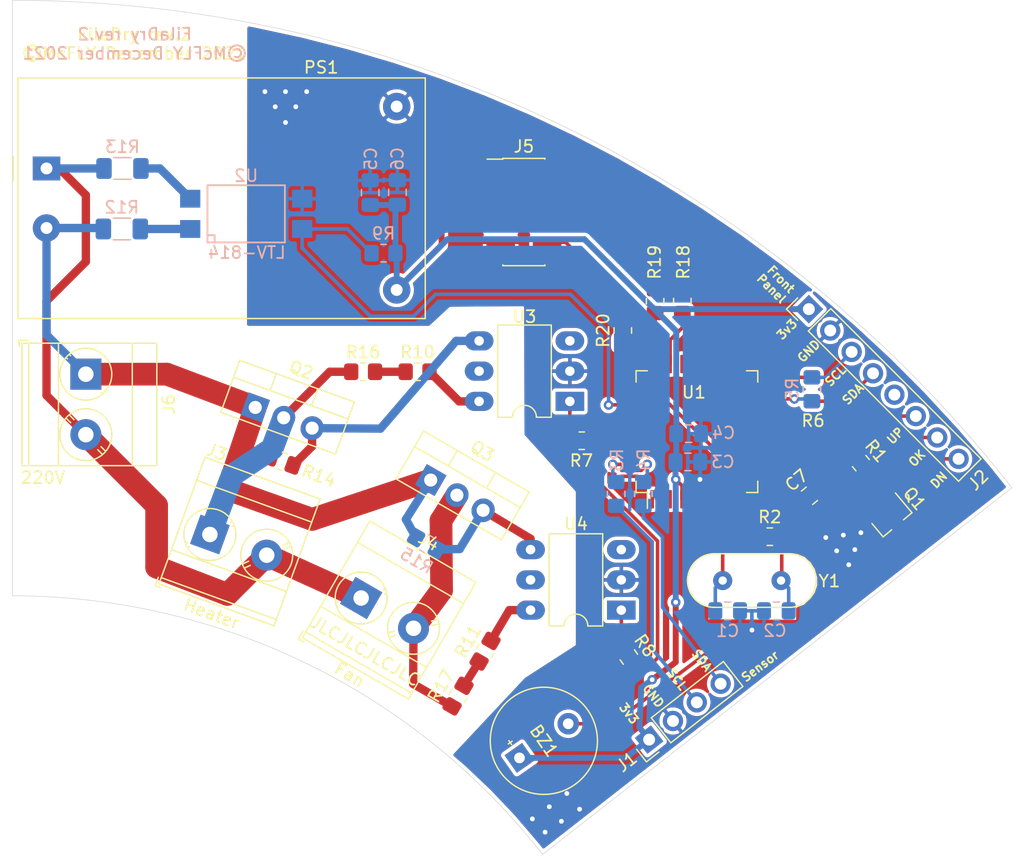
<source format=kicad_pcb>
(kicad_pcb (version 20211014) (generator pcbnew)

  (general
    (thickness 1.6)
  )

  (paper "A4")
  (layers
    (0 "F.Cu" signal)
    (31 "B.Cu" signal)
    (32 "B.Adhes" user "B.Adhesive")
    (33 "F.Adhes" user "F.Adhesive")
    (34 "B.Paste" user)
    (35 "F.Paste" user)
    (36 "B.SilkS" user "B.Silkscreen")
    (37 "F.SilkS" user "F.Silkscreen")
    (38 "B.Mask" user)
    (39 "F.Mask" user)
    (40 "Dwgs.User" user "User.Drawings")
    (41 "Cmts.User" user "User.Comments")
    (42 "Eco1.User" user "User.Eco1")
    (43 "Eco2.User" user "User.Eco2")
    (44 "Edge.Cuts" user)
    (45 "Margin" user)
    (46 "B.CrtYd" user "B.Courtyard")
    (47 "F.CrtYd" user "F.Courtyard")
    (48 "B.Fab" user)
    (49 "F.Fab" user)
  )

  (setup
    (pad_to_mask_clearance 0)
    (pcbplotparams
      (layerselection 0x00010fc_ffffffff)
      (disableapertmacros false)
      (usegerberextensions false)
      (usegerberattributes true)
      (usegerberadvancedattributes true)
      (creategerberjobfile true)
      (svguseinch false)
      (svgprecision 6)
      (excludeedgelayer true)
      (plotframeref false)
      (viasonmask false)
      (mode 1)
      (useauxorigin false)
      (hpglpennumber 1)
      (hpglpenspeed 20)
      (hpglpendiameter 15.000000)
      (dxfpolygonmode true)
      (dxfimperialunits true)
      (dxfusepcbnewfont true)
      (psnegative false)
      (psa4output false)
      (plotreference true)
      (plotvalue true)
      (plotinvisibletext false)
      (sketchpadsonfab false)
      (subtractmaskfromsilk false)
      (outputformat 1)
      (mirror false)
      (drillshape 0)
      (scaleselection 1)
      (outputdirectory "gerber/")
    )
  )

  (net 0 "")
  (net 1 "Net-(BZ1-Pad2)")
  (net 2 "+3V3")
  (net 3 "GND")
  (net 4 "Net-(C1-Pad1)")
  (net 5 "Net-(C2-Pad1)")
  (net 6 "NRST")
  (net 7 "Net-(J1-Pad4)")
  (net 8 "Net-(J1-Pad3)")
  (net 9 "KEY_DN")
  (net 10 "KEY_OK")
  (net 11 "KEY_UP")
  (net 12 "Net-(J2-Pad5)")
  (net 13 "Net-(J2-Pad4)")
  (net 14 "Net-(J2-Pad3)")
  (net 15 "AC_L")
  (net 16 "Net-(J3-Pad1)")
  (net 17 "Net-(J5-Pad14)")
  (net 18 "Net-(J5-Pad13)")
  (net 19 "Net-(J5-Pad12)")
  (net 20 "Net-(J5-Pad10)")
  (net 21 "Net-(J5-Pad9)")
  (net 22 "Net-(J5-Pad8)")
  (net 23 "Net-(J5-Pad6)")
  (net 24 "Net-(J5-Pad4)")
  (net 25 "Net-(J5-Pad2)")
  (net 26 "Net-(J5-Pad1)")
  (net 27 "AC_N")
  (net 28 "Net-(Q1-Pad1)")
  (net 29 "Net-(Q2-Pad3)")
  (net 30 "Net-(Q3-Pad3)")
  (net 31 "Buzzer")
  (net 32 "Net-(R2-Pad1)")
  (net 33 "BME_SCL")
  (net 34 "BME_SDA")
  (net 35 "OLED_SCL")
  (net 36 "OLED_SDA")
  (net 37 "Gate_Heater")
  (net 38 "Net-(R7-Pad1)")
  (net 39 "Gate_Fan")
  (net 40 "Net-(R8-Pad1)")
  (net 41 "ZeroCross")
  (net 42 "Net-(R10-Pad2)")
  (net 43 "Net-(R10-Pad1)")
  (net 44 "Net-(R11-Pad2)")
  (net 45 "Net-(R11-Pad1)")
  (net 46 "Net-(R12-Pad1)")
  (net 47 "Net-(R13-Pad1)")
  (net 48 "SWDIO")
  (net 49 "SWCLK")
  (net 50 "Net-(U1-Pad64)")
  (net 51 "Net-(U1-Pad61)")
  (net 52 "Net-(U1-Pad60)")
  (net 53 "Net-(U1-Pad57)")
  (net 54 "Net-(U1-Pad56)")
  (net 55 "Net-(U1-Pad55)")
  (net 56 "Net-(U1-Pad54)")
  (net 57 "Net-(U1-Pad53)")
  (net 58 "Net-(U1-Pad51)")
  (net 59 "Net-(U1-Pad50)")
  (net 60 "Net-(U1-Pad49)")
  (net 61 "Net-(U1-Pad48)")
  (net 62 "Net-(U1-Pad47)")
  (net 63 "Net-(U1-Pad44)")
  (net 64 "Net-(U1-Pad43)")
  (net 65 "Net-(U1-Pad42)")
  (net 66 "Net-(U1-Pad41)")
  (net 67 "Net-(U1-Pad40)")
  (net 68 "Net-(U1-Pad39)")
  (net 69 "Net-(U1-Pad38)")
  (net 70 "Net-(U1-Pad37)")
  (net 71 "Net-(U1-Pad36)")
  (net 72 "Net-(U1-Pad35)")
  (net 73 "Net-(U1-Pad34)")
  (net 74 "Net-(U1-Pad33)")
  (net 75 "Net-(U1-Pad32)")
  (net 76 "Net-(U1-Pad26)")
  (net 77 "Net-(U1-Pad25)")
  (net 78 "Net-(U1-Pad23)")
  (net 79 "Net-(U1-Pad22)")
  (net 80 "Net-(U1-Pad21)")
  (net 81 "Net-(U1-Pad20)")
  (net 82 "Net-(U1-Pad19)")
  (net 83 "Net-(U1-Pad18)")
  (net 84 "Net-(U1-Pad17)")
  (net 85 "Net-(U1-Pad16)")
  (net 86 "Net-(U1-Pad15)")
  (net 87 "Net-(U1-Pad14)")
  (net 88 "Net-(U1-Pad13)")
  (net 89 "Net-(U1-Pad5)")
  (net 90 "Net-(U1-Pad4)")
  (net 91 "Net-(U1-Pad3)")
  (net 92 "Net-(U1-Pad2)")
  (net 93 "Net-(U1-Pad1)")
  (net 94 "Net-(U3-Pad3)")
  (net 95 "Net-(U3-Pad5)")
  (net 96 "Net-(U4-Pad3)")
  (net 97 "Net-(U4-Pad5)")
  (net 98 "Net-(J4-Pad2)")

  (footprint "Connector_PinHeader_2.54mm:PinHeader_1x04_P2.54mm_Vertical" (layer "F.Cu") (at 73.5076 80.5688 128))

  (footprint "Connector_PinHeader_2.54mm:PinHeader_1x08_P2.54mm_Vertical" (layer "F.Cu") (at 86.9188 44.4246 45))

  (footprint "Connector_PinHeader_1.27mm:PinHeader_2x07_P1.27mm_Vertical_SMD" (layer "F.Cu") (at 62.992 36.2712))

  (footprint "Package_TO_SOT_THT:TO-220-3_Vertical" (layer "F.Cu") (at 55.1688 58.7756 -30))

  (footprint "Resistor_SMD:R_0805_2012Metric_Pad1.20x1.40mm_HandSolder" (layer "F.Cu") (at 71.8058 73.6346 -55))

  (footprint "Resistor_SMD:R_0805_2012Metric_Pad1.20x1.40mm_HandSolder" (layer "F.Cu") (at 54.0672 49.6824))

  (footprint "Resistor_SMD:R_0805_2012Metric_Pad1.20x1.40mm_HandSolder" (layer "F.Cu") (at 59.732801 73.149575 60))

  (footprint "Resistor_SMD:R_0805_2012Metric_Pad1.20x1.40mm_HandSolder" (layer "F.Cu") (at 42.672 57.2008 -20))

  (footprint "Resistor_SMD:R_0805_2012Metric_Pad1.20x1.40mm_HandSolder" (layer "F.Cu") (at 49.4952 49.6824))

  (footprint "Resistor_SMD:R_0805_2012Metric_Pad1.20x1.40mm_HandSolder" (layer "F.Cu") (at 57.462799 76.913625 60))

  (footprint "Resistor_SMD:R_0805_2012Metric_Pad1.20x1.40mm_HandSolder" (layer "F.Cu") (at 74.009946 43.755319 90))

  (footprint "Resistor_SMD:R_0805_2012Metric_Pad1.20x1.40mm_HandSolder" (layer "F.Cu") (at 71.2978 46.2186 90))

  (footprint "Package_QFP:LQFP-64_10x10mm_P0.5mm" (layer "F.Cu") (at 77.5208 54.7116 90))

  (footprint "Package_DIP:DIP-6_W7.62mm_LongPads" (layer "F.Cu") (at 71.1708 69.6976 180))

  (footprint "TerminalBlock_Phoenix:TerminalBlock_Phoenix_MKDS-3-2-5.08_1x02_P5.08mm_Horizontal" (layer "F.Cu") (at 26.2128 49.8856 -90))

  (footprint "TerminalBlock_Phoenix:TerminalBlock_Phoenix_MKDS-3-2-5.08_1x02_P5.08mm_Horizontal" (layer "F.Cu") (at 36.6268 63.3476 -20))

  (footprint "TerminalBlock_Phoenix:TerminalBlock_Phoenix_MKDS-3-2-5.08_1x02_P5.08mm_Horizontal" (layer "F.Cu") (at 49.3268 68.6816 -30))

  (footprint "Converter_ACDC:Converter_ACDC_HiLink_HLK-PMxx" (layer "F.Cu") (at 22.9108 32.6136))

  (footprint "Package_DIP:DIP-6_W7.62mm_LongPads" (layer "F.Cu") (at 66.8528 52.1716 180))

  (footprint "MountingHole:MountingHole_3.2mm_M3" (layer "F.Cu") (at 25.7048 63.0936))

  (footprint "Package_TO_SOT_THT:TO-220-3_Vertical" (layer "F.Cu") (at 40.4368 52.6796 -20))

  (footprint "Resistor_SMD:R_0805_2012Metric_Pad1.20x1.40mm_HandSolder" (layer "F.Cu") (at 67.852799 55.473601))

  (footprint "Package_TO_SOT_SMD:SOT-23_Handsoldering" (layer "F.Cu") (at 93.8784 61.9506 -50))

  (footprint "Resistor_SMD:R_0805_2012Metric_Pad1.20x1.40mm_HandSolder" (layer "F.Cu") (at 91.2876 57.3532 130))

  (footprint "my_additions:Buzzer_D9_H5.5" (layer "F.Cu") (at 64.6684 80.6704 35))

  (footprint "Capacitor_SMD:C_0805_2012Metric_Pad1.18x1.45mm_HandSolder" (layer "F.Cu") (at 86.9696 60.0964 40))

  (footprint "Resistor_SMD:R_0805_2012Metric_Pad1.20x1.40mm_HandSolder" (layer "F.Cu") (at 83.642646 63.531674))

  (footprint "my_additions:OSC-TH_L10.0-W4.5-P5.00" (layer "F.Cu") (at 82.134646 67.214675))

  (footprint "Resistor_SMD:R_0805_2012Metric_Pad1.20x1.40mm_HandSolder" (layer "F.Cu") (at 76.295947 43.74584 90))

  (footprint "Resistor_SMD:R_0805_2012Metric_Pad1.20x1.40mm_HandSolder" (layer "F.Cu") (at 87.1728 51.1556 90))

  (footprint "Capacitor_SMD:C_0805_2012Metric_Pad1.18x1.45mm_HandSolder" (layer "B.Cu") (at 76.7588 57.2516))

  (footprint "Capacitor_SMD:C_0805_2012Metric_Pad1.18x1.45mm_HandSolder" (layer "B.Cu") (at 76.8233 54.8776))

  (footprint "Resistor_SMD:R_0805_2012Metric_Pad1.20x1.40mm_HandSolder" (layer "B.Cu") (at 51.2064 39.7256 180))

  (footprint "Resistor_SMD:R_0805_2012Metric_Pad1.20x1.40mm_HandSolder" (layer "B.Cu") (at 54.810774 64.1176 -30))

  (footprint "my_additions:OPTO-SMD4" (layer "B.Cu") (at 39.6748 36.4236 90))

  (footprint "Resistor_SMD:R_1206_3216Metric_Pad1.30x1.75mm_HandSolder" (layer "B.Cu") (at 29.2868 32.6136 180))

  (footprint "Resistor_SMD:R_1206_3216Metric_Pad1.30x1.75mm_HandSolder" (layer "B.Cu") (at 29.2348 37.6936 180))

  (footprint "Capacitor_SMD:C_0805_2012Metric_Pad1.18x1.45mm_HandSolder" (layer "B.Cu") (at 52.374798 34.624098 90))

  (footprint "Capacitor_SMD:C_0805_2012Metric_Pad1.18x1.45mm_HandSolder" (layer "B.Cu") (at 50.0888 34.6456 90))

  (footprint "Resistor_SMD:R_0805_2012Metric_Pad1.20x1.40mm_HandSolder" (layer "B.Cu") (at 73.024193 59.939502 90))

  (footprint "Resistor_SMD:R_0805_2012Metric_Pad1.20x1.40mm_HandSolder" (layer "B.Cu") (at 87.1728 51.1556 -90))

  (footprint "Capacitor_SMD:C_0805_2012Metric_Pad1.18x1.45mm_HandSolder" (layer "B.Cu") (at 80.102647 69.754676))

  (footprint "Capacitor_SMD:C_0805_2012Metric_Pad1.18x1.45mm_HandSolder" (layer "B.Cu") (at 84.188152 69.754673 180))

  (footprint "Resistor_SMD:R_0805_2012Metric_Pad1.20x1.40mm_HandSolder" (layer "B.Cu") (at 70.738187 59.9395 90))

  (gr_line (start 20.0408 68.4936) (end 20.0408 18.4936) (layer "Edge.Cuts") (width 0.05) (tstamp 00000000-0000-0000-0000-000061c5575c))
  (gr_arc (start 20.0408 68.4936) (mid 44.80877 74.211737) (end 64.563408 90.208727) (layer "Edge.Cuts") (width 0.05) (tstamp 00000000-0000-0000-0000-000061c7043f))
  (gr_line (start 64.563408 90.208727) (end 103.963945 59.425653) (layer "Edge.Cuts") (width 0.05) (tstamp 00000000-0000-0000-0000-000061c70447))
  (gr_arc (start 20.0408 18.4936) (mid 66.727327 29.272034) (end 103.963945 59.425653) (layer "Edge.Cuts") (width 0.05) (tstamp ea4de6c1-db88-4a1b-a1ba-6b1488d94327))
  (gr_text "FilaDry rev.2\n©McFLY December 2021" (at 30.327601 22.148802) (layer "B.SilkS") (tstamp 00000000-0000-0000-0000-000061c7e175)
    (effects (font (size 1 1) (thickness 0.15)) (justify mirror))
  )
  (gr_text "3v3" (at 72.4408 79.1972 -52) (layer "F.SilkS") (tstamp 00000000-0000-0000-0000-000061c7e254)
    (effects (font (size 0.7 0.7) (thickness 0.15)) (justify right))
  )
  (gr_text "SDA" (at 78.5876 74.7776 -52) (layer "F.SilkS") (tstamp 00000000-0000-0000-0000-000061c7e2bd)
    (effects (font (size 0.7 0.7) (thickness 0.15)) (justify right))
  )
  (gr_text "Front\nPanel" (at 84.1756 42.3164 -45) (layer "F.SilkS") (tstamp 00000000-0000-0000-0000-000061c7e3bc)
    (effects (font (size 0.7 0.7) (thickness 0.15)))
  )
  (gr_text "Fan" (at 48.3616 75.1332 -30) (layer "F.SilkS") (tstamp 2246264e-ee17-4150-aa6d-9dc188a4a011)
    (effects (font (size 1 1) (thickness 0.15)))
  )
  (gr_text "UP" (at 94.1832 55.0672 45) (layer "F.SilkS") (tstamp 30ef8cda-504c-4613-a9a6-1065b1f517d5)
    (effects (font (size 0.7 0.7) (thickness 0.15)))
  )
  (gr_text "GND" (at 86.9188 47.9552 45) (layer "F.SilkS") (tstamp 3f116536-f396-48b4-85a9-4f2b145bfea1)
    (effects (font (size 0.7 0.7) (thickness 0.15)))
  )
  (gr_text "Heater" (at 36.7792 70.0024 -20) (layer "F.SilkS") (tstamp 58a8552b-5978-428d-89c5-13b7d614b1ab)
    (effects (font (size 1 1) (thickness 0.15)))
  )
  (gr_text "SCL" (at 89.154 50.038 45) (layer "F.SilkS") (tstamp 6fda5aeb-22f7-4593-9aec-7669383ad180)
    (effects (font (size 0.7 0.7) (thickness 0.15)))
  )
  (gr_text "DN" (at 97.8408 58.7756 45) (layer "F.SilkS") (tstamp 71359172-5d23-4bd1-9d7d-e1031c847ddd)
    (effects (font (size 0.7 0.7) (thickness 0.15)))
  )
  (gr_text "GND" (at 74.5744 77.8256 -52) (layer "F.SilkS") (tstamp 9c77b188-80ff-4e02-96fd-7d6627693913)
    (effects (font (size 0.7 0.7) (thickness 0.15)) (justify right))
  )
  (gr_text "3v3" (at 85.09 46.1264 45) (layer "F.SilkS") (tstamp 9f2d55fe-c99f-46f3-9e50-0cf9557df781)
    (effects (font (size 0.7 0.7) (thickness 0.15)))
  )
  (gr_text "220V" (at 22.606 58.5724) (layer "F.SilkS") (tstamp a614bc5e-b53c-4d74-b6c7-956fddd2a1aa)
    (effects (font (size 1 1) (thickness 0.15)))
  )
  (gr_text "OK" (at 96.012 56.9468 45) (layer "F.SilkS") (tstamp ad3f96a4-6d52-4496-afa9-952387a7c872)
    (effects (font (size 0.7 0.7) (thickness 0.15)))
  )
  (gr_text "FilaDry rev.2\n©McFLY December 2021" (at 30.2768 22.1488) (layer "F.SilkS") (tstamp c16b4ff6-e72e-4506-81a7-99ef9a25be8b)
    (effects (font (size 1 1) (thickness 0.15)))
  )
  (gr_text "Sensor" (at 81.3308 75.5396 37) (layer "F.SilkS") (tstamp cf8a26f6-b86c-4ac9-a7d9-d27ec5685fd7)
    (effects (font (size 0.7 0.7) (thickness 0.15)) (justify left))
  )
  (gr_text "SDA" (at 90.6272 51.562 45) (layer "F.SilkS") (tstamp eb5c8811-2f1f-4f66-b65b-1407f8c32e16)
    (effects (font (size 0.7 0.7) (thickness 0.15)))
  )
  (gr_text "JLCJLCJLCJLC" (at 49.6824 73.152 -30) (layer "F.SilkS") (tstamp ee7d39bc-2ff6-4033-93f9-55dd929693cf)
    (effects (font (size 1 1) (thickness 0.15)))
  )
  (gr_text "SCL" (at 76.5048 76.3524 -52) (layer "F.SilkS") (tstamp f65ce643-36b6-45bc-bb9d-6c31cc663f65)
    (effects (font (size 0.7 0.7) (thickness 0.15)) (justify right))
  )

  (segment (start 78.6892 73.0504) (end 84.582 73.0504) (width 0.3) (layer "F.Cu") (net 1) (tstamp 131fccc5-1ad1-4372-9122-8a72f831c6d2))
  (segment (start 70.420341 79.236459) (end 78.6892 73.0504) (width 0.3) (layer "F.Cu") (net 1) (tstamp 75b64433-3fc4-49e6-a7fd-6a03049c90f6))
  (segment (start 66.71628 79.236459) (end 70.420341 79.236459) (width 0.3) (layer "F.Cu") (net 1) (tstamp a2c90184-23fd-4ed2-abda-d1a738efc249))
  (segment (start 84.582 73.0504) (end 94.6912 65.2272) (width 0.3) (layer "F.Cu") (net 1) (tstamp b46e5b01-34a5-491a-b207-97bf706031d4))
  (segment (start 94.6912 65.2272) (end 94.746163 62.98476) (width 0.3) (layer "F.Cu") (net 1) (tstamp c92aaa9b-6b18-43cb-90e5-4602f9cc7b27))
  (segment (start 77.2708 59.3384) (end 77.2708 60.3866) (width 0.3) (layer "F.Cu") (net 2) (tstamp 07adc88e-8b8d-4679-a3ce-b67bc24cb7c9))
  (segment (start 56.0832 39.0412) (end 52.3108 42.8136) (width 0.5) (layer "F.Cu") (net 2) (tstamp 17885558-9bda-407e-9adf-c6f13502be7d))
  (segment (start 75.7428 74.0664) (end 73.7616 75.5396) (width 0.5) (layer "F.Cu") (net 2) (tstamp 1db18bd8-2016-46b0-943b-e033359de9d3))
  (segment (start 57.4548 33.7312) (end 56.0832 35.1028) (width 0.5) (layer "F.Cu") (net 2) (tstamp 2aebdc0b-f8ab-4f37-822e-4e4169f30cfc))
  (segment (start 75.7428 69.0372) (end 75.7428 74.0664) (width 0.5) (layer "F.Cu") (net 2) (tstamp 43a86dd1-bfbd-4794-879f-e223b2d3eaa3))
  (segment (start 76.7708 59.2956) (end 76.728 59.2528) (width 0.3) (layer "F.Cu") (net 2) (tstamp 4838ad44-8b4e-4fc4-bd2a-c355b45be0d5))
  (segment (start 76.2708 60.3866) (end 76.2708 59.2528) (width 0.3) (layer "F.Cu") (net 2) (tstamp 497c918f-cda9-4bb2-91a5-793bc78d0e23))
  (segment (start 76.7708 60.3866) (end 76.7708 59.2956) (width 0.3) (layer "F.Cu") (net 2) (tstamp 70e5b024-fc8e-4e9c-b683-1c4313dc7937))
  (segment (start 76.2708 59.2528) (end 76.728 59.2528) (width 0.3) (layer "F.Cu") (net 2) (tstamp 797c22a4-6c78-499d-83cc-9ce0cc18b8a2))
  (segment (start 56.0832 35.1028) (end 56.0832 39.0412) (width 0.5) (layer "F.Cu") (net 2) (tstamp 7a0c9e16-901b-4fe8-ae70-97e22d0233a6))
  (segment (start 77.1852 59.2528) (end 77.2708 59.3384) (width 0.3) (layer "F.Cu") (net 2) (tstamp c69df135-a075-40f9-bd80-a50ac8e1f091))
  (segment (start 76.728 59.2528) (end 77.1852 59.2528) (width 0.3) (layer "F.Cu") (net 2) (tstamp d202f76e-ed71-4b1f-9016-059d22d4a415))
  (segment (start 61.042 33.7312) (end 57.4548 33.7312) (width 0.5) (layer "F.Cu") (net 2) (tstamp d56e172f-1b39-45b7-95f5-f504f784eeed))
  (segment (start 76.2708 59.2528) (end 75.7428 58.7248) (width 0.3) (layer "F.Cu") (net 2) (tstamp e7898c0c-1768-43d1-8b9b-e0e9a00b6644))
  (via (at 75.7428 58.7248) (size 0.8) (drill 0.4) (layers "F.Cu" "B.Cu") (net 2) (tstamp 475a2457-00fa-40b7-b4cc-985d7351c489))
  (via (at 73.7616 75.5396) (size 0.8) (drill 0.4) (layers "F.Cu" "B.Cu") (net 2) (tstamp 501c95d9-7719-4458-bf13-1ab0fbce562a))
  (via (at 75.7428 69.0372) (size 0.8) (drill 0.4) (layers "F.Cu" "B.Cu") (net 2) (tstamp 8f9fa535-a14a-4444-abdb-ffe9b1d7eeb7))
  (segment (start 75.7213 58.7033) (end 75.7428 58.7248) (width 0.5) (layer "B.Cu") (net 2) (tstamp 062dfb64-35f8-46bd-8ad6-929d49f37d46))
  (segment (start 73.7616 75.5396) (end 72.8472 76.2) (width 0.5) (layer "B.Cu") (net 2) (tstamp 2607bcd6-56bf-4865-a690-5b2375bd3c58))
  (segment (start 75.7858 54.8776) (end 75.7858 57.1871) (width 0.5) (layer "B.Cu") (net 2) (tstamp 3b48487f-0e88-410c-9556-7ff1df5a6f94))
  (segment (start 72.6948 79.5528) (end 73.5076 80.5688) (width 0.5) (layer "B.Cu") (net 2) (tstamp 472c48bf-c0dd-4fc3-8b51-0cc8b7537099))
  (segment (start 75.7858 57.1871) (end 75.7213 57.2516) (width 0.5) (layer "B.Cu") (net 2) (tstamp 475e2beb-49e0-4ca5-8f79-be41905689c9))
  (segment (start 56.5672 38.5572) (end 68.072 38.5572) (width 0.5) (layer "B.Cu") (net 2) (tstamp 4dd8fb33-ce32-4906-86d5-09bfc866c850))
  (segment (start 75.7428 58.7248) (end 75.7428 69.0372) (width 0.5) (layer "B.Cu") (net 2) (tstamp 5ecda5ab-5900-4a03-927f-8b3a97f417eb))
  (segment (start 74.2442 44.4246) (end 74.0918 44.577) (width 0.5) (layer "B.Cu") (net 2) (tstamp 70361d18-796d-481b-9145-1c6264e5e709))
  (segment (start 52.3108 39.83) (end 52.2064 39.7256) (width 0.5) (layer "B.Cu") (net 2) (tstamp 748d43d0-d8e9-46f9-97d7-b56603e29528))
  (segment (start 50.0888 35.6831) (end 52.353296 35.6831) (width 0.5) (layer "B.Cu") (net 2) (tstamp 7bbfe6ee-1a2d-48bd-8488-238ee3c9d448))
  (segment (start 72.8472 76.2) (end 72.6948 79.5528) (width 0.5) (layer "B.Cu") (net 2) (tstamp 86327b94-9d7e-4f56-a8ad-349c8f077c08))
  (segment (start 68.072 38.5572) (end 74.0918 44.577) (width 0.5) (layer "B.Cu") (net 2) (tstamp 8925f3bf-e679-451e-8bda-046c3d3df7aa))
  (segment (start 71.5264 82.0928) (end 73.5076 80.5688) (width 0.5) (layer "B.Cu") (net 2) (tstamp 8afd33ba-1b90-4caf-bf73-8472d865c2ff))
  (segment (start 52.2548 42.7576) (end 52.3108 42.8136) (width 0.5) (layer "B.Cu") (net 2) (tstamp 93384c6a-87d5-4989-87f2-552226afd020))
  (segment (start 75.7213 57.2516) (end 75.7213 58.7033) (width 0.5) (layer "B.Cu") (net 2) (tstamp a8efe243-e453-4d5c-ad0b-abb99353f98e))
  (segment (start 62.62052 82.104341) (end 71.5264 82.0928) (width 0.5) (layer "B.Cu") (net 2) (tstamp b27336d5-afff-41b1-b354-2ef23035ef92))
  (segment (start 74.0918 44.577) (end 75.7858 46.271) (width 0.5) (layer "B.Cu") (net 2) (tstamp b907f31e-a584-4937-a01c-56bc9be97502))
  (segment (start 75.7213 54.9421) (end 75.7858 54.8776) (width 0.3) (layer "B.Cu") (net 2) (tstamp c5ead35e-3f8d-431d-b63d-af004177308c))
  (segment (start 86.9188 44.4246) (end 74.2442 44.4246) (width 0.5) (layer "B.Cu") (net 2) (tstamp c7e8b895-bf97-4212-834d-a9326a35ce53))
  (segment (start 52.2064 35.829996) (end 52.374798 35.661598) (width 0.5) (layer "B.Cu") (net 2) (tstamp c85a6644-e51b-4163-8633-d9f3c4a757e3))
  (segment (start 52.353296 35.6831) (end 52.374798 35.661598) (width 0.5) (layer "B.Cu") (net 2) (tstamp cfe032d1-1ce3-41d0-9e39-c5c55ca3c920))
  (segment (start 52.3108 42.8136) (end 56.5672 38.5572) (width 0.5) (layer "B.Cu") (net 2) (tstamp d08127ee-e177-49ce-9fdb-224fc8d76c8c))
  (segment (start 52.2064 39.7256) (end 52.2064 35.829996) (width 0.5) (layer "B.Cu") (net 2) (tstamp d8965a35-ff5c-4270-854f-dae630c29c1f))
  (segment (start 75.7858 46.271) (end 75.7858 54.8776) (width 0.5) (layer "B.Cu") (net 2) (tstamp df7d0738-f394-4d61-b981-97f725a61b0e))
  (segment (start 52.3108 42.8136) (end 52.3108 39.83) (width 0.5) (layer "B.Cu") (net 2) (tstamp e111ab07-5f86-4c0f-95f4-5be046a734a8))
  (segment (start 75.7428 57.2731) (end 75.7213 57.2516) (width 0.3) (layer "B.Cu") (net 2) (tstamp e3f33689-13fd-48d5-906a-db320a3d4d7c))
  (segment (start 77.7708 60.3866) (end 77.7708 58.7288) (width 0.3) (layer "F.Cu") (net 3) (tstamp c04c42f0-92b8-4398-99e2-740c081633d0))
  (segment (start 77.7708 58.7288) (end 77.7748 58.7248) (width 0.3) (layer "F.Cu") (net 3) (tstamp e10bdb98-d88f-4437-97b9-4445b4ad5eb4))
  (via (at 42.9768 26.162) (size 0.8) (drill 0.4) (layers "F.Cu" "B.Cu") (net 3) (tstamp 00000000-0000-0000-0000-000061c7df6f))
  (via (at 44.7548 26.162) (size 0.8) (drill 0.4) (layers "F.Cu" "B.Cu") (net 3) (tstamp 097cc304-c90f-4bd0-ba97-9d0e170bec87))
  (via (at 88.3412 63.6016) (size 0.8) (drill 0.4) (layers "F.Cu" "B.Cu") (net 3) (tstamp 5cb4ffc7-c8b0-4cbc-b99c-57b382e08d4f))
  (via (at 82.1436 71.374) (size 0.8) (drill 0.4) (layers "F.Cu" "B.Cu") (net 3) (tstamp 65fb6236-b32e-4d79-b380-cea79e2697ec))
  (via (at 90.2716 65.8876) (size 0.8) (drill 0.4) (layers "F.Cu" "B.Cu") (net 3) (tstamp 6c140fce-ab5b-4727-91b9-96b35fcd2c91))
  (via (at 43.8404 27.432) (size 0.8) (drill 0.4) (layers "F.Cu" "B.Cu") (net 3) (tstamp 74dfc23e-d348-4101-972b-7f8d636e6f6e))
  (via (at 65.1256 86.2076) (size 0.8) (drill 0.4) (layers "F.Cu" "B.Cu") (net 3) (tstamp 7b874381-83c1-4bd4-8984-448222f8a5db))
  (via (at 89.2556 64.7192) (size 0.8) (drill 0.4) (layers "F.Cu" "B.Cu") (net 3) (tstamp 7d4360da-9602-4a76-9af4-833dddbc5494))
  (via (at 42.1132 27.432) (size 0.8) (drill 0.4) (layers "F.Cu" "B.Cu") (net 3) (tstamp 92ba7ec4-778a-4aba-a7fa-68c185cbbca3))
  (via (at 63.7032 87.2236) (size 0.8) (drill 0.4) (layers "F.Cu" "B.Cu") (net 3) (tstamp 96e07445-6e5d-4359-8726-0e458b209fe6))
  (via (at 64.77 88.3412) (size 0.8) (drill 0.4) (layers "F.Cu" "B.Cu") (net 3) (tstamp aae635cd-d1dd-45c7-9a37-b301ba3c341b))
  (via (at 90.7796 64.6176) (size 0.8) (drill 0.4) (layers "F.Cu" "B.Cu") (net 3) (tstamp b00580cb-dd7d-4ab4-95f3-f4bacb77b351))
  (via (at 42.9768 28.7528) (size 0.8) (drill 0.4) (layers "F.Cu" "B.Cu") (net 3) (tstamp b006df29-7c9d-4d75-acbe-ea7e037b55ef))
  (via (at 91.2876 63.1952) (size 0.8) (drill 0.4) (layers "F.Cu" "B.Cu") (net 3) (tstamp c778525e-81a5-4818-8dea-672b4e411237))
  (via (at 66.5988 85.09) (size 0.8) (drill 0.4) (layers "F.Cu" "B.Cu") (net 3) (tstamp e4af4603-2610-4882-8c2f-72933148e80e))
  (via (at 67.6656 86.4108) (size 0.8) (drill 0.4) (layers "F.Cu" "B.Cu") (net 3) (tstamp eab860d9-02d4-487b-a165-ade3b96939fc))
  (via (at 77.7748 58.7248) (size 0.8) (drill 0.4) (layers "F.Cu" "B.Cu") (net 3) (tstamp ede655ed-aaa0-4f87-82d2-20649e8be4e3))
  (via (at 66.1416 87.4268) (size 0.8) (drill 0.4) (layers "F.Cu" "B.Cu") (net 3) (tstamp f01f66c7-86e1-4193-8ff7-c395e1fd062d))
  (via (at 41.2496 26.162) (size 0.8) (drill 0.4) (layers "F.Cu" "B.Cu") (net 3) (tstamp f5648c33-7f9f-4fa9-a0a4-5a8576cc9c19))
  (via (at 89.8144 63.3984) (size 0.8) (drill 0.4) (layers "F.Cu" "B.Cu") (net 3) (tstamp ffa0b245-e48f-4386-b6c6-f96cf3fb2efc))
  (segment (start 77.7963 54.9421) (end 77.8608 54.8776) (width 0.3) (layer "B.Cu") (net 3) (tstamp 033eaa43-74b2-46de-8d70-bd57cb8e66fe))
  (segment (start 82.137324 69.754676) (end 83.150648 69.754677) (width 0.3) (layer "B.Cu") (net 3) (tstamp 08f72e17-0870-4f35-bae4-ed08c9778f95))
  (segment (start 82.137324 69.754676) (end 82.137324 71.367724) (width 0.3) (layer "B.Cu") (net 3) (tstamp 602bf54b-4fae-49d4-91e6-6fa1c3d94026))
  (segment (start 81.140146 69.754676) (end 82.137324 69.754676) (width 0.3) (layer "B.Cu") (net 3) (tstamp 6410c0fd-9393-4ce5-9ce0-276203240451))
  (segment (start 77.7748 57.2731) (end 77.7963 57.2516) (width 0.3) (layer "B.Cu") (net 3) (tstamp 762bcc8f-55ef-4155-bdb5-5ca52ef2bd84))
  (segment (start 83.150648 69.754677) (end 83.150651 69.754675) (width 0.3) (layer "B.Cu") (net 3) (tstamp b23a1f3c-a464-4c39-a354-dcfaeb308621))
  (segment (start 82.137324 71.367724) (end 82.1436 71.374) (width 0.3) (layer "B.Cu") (net 3) (tstamp ebdd2aaa-1363-4a32-92be-9c748f90ffe2))
  (segment (start 78.2708 63.3864) (end 79.684646 64.800246) (width 0.3) (layer "F.Cu") (net 4) (tstamp 4cc436a7-ae7c-439b-bbf0-61632da1c16e))
  (segment (start 79.684646 64.800246) (end 79.684646 67.214675) (width 0.3) (layer "F.Cu") (net 4) (tstamp acb28873-7ac3-4b72-9c21-a7c470716809))
  (segment (start 78.2708 60.3866) (end 78.2708 63.3864) (width 0.3) (layer "F.Cu") (net 4) (tstamp afa59abf-cd14-48eb-83be-e25d6d4016a2))
  (segment (start 79.065146 69.754676) (end 79.065146 67.834175) (width 0.3) (layer "B.Cu") (net 4) (tstamp 096b7223-9d8a-473f-be14-fbe2c8acbdab))
  (segment (start 79.065146 67.834175) (end 79.684645 67.214675) (width 0.3) (layer "B.Cu") (net 4) (tstamp e98113cf-a2b7-4a4a-aa4f-345926e38fd1))
  (segment (start 84.642647 63.531674) (end 84.642647 67.156674) (width 0.3) (layer "F.Cu") (net 5) (tstamp 6094f338-fd2f-421e-8701-2b46b2373063))
  (segment (start 84.642647 67.156674) (end 84.584646 67.214675) (width 0.3) (layer "F.Cu") (net 5) (tstamp e1cde01a-3952-4346-a98d-6b3d5966ea86))
  (segment (start 85.225651 69.754673) (end 85.225651 67.85568) (width 0.3) (layer "B.Cu") (net 5) (tstamp c249daee-d1e8-44fb-a1c8-4978998c7695))
  (segment (start 85.225651 67.85568) (end 84.584646 67.214675) (width 0.3) (layer "B.Cu") (net 5) (tstamp e8bfd437-3880-4fa4-bb00-85ab72fae38a))
  (segment (start 71.2978 48.4886) (end 79.2708 56.4616) (width 0.3) (layer "F.Cu") (net 6) (tstamp 16bf5b19-b511-4be2-b53c-246e6b663c13))
  (segment (start 79.2708 60.3866) (end 79.2708 61.5416) (width 0.3) (layer "F.Cu") (net 6) (tstamp 7a3fee32-19c8-4bb9-9f6d-286223c627a9))
  (segment (start 71.2978 47.2186) (end 71.2978 48.4886) (width 0.3) (layer "F.Cu") (net 6) (tstamp 84dcecb9-187c-485e-bf77-afd2183d313c))
  (segment (start 79.2708 61.5416) (end 79.647029 61.917829) (width 0.3) (layer "F.Cu") (net 6) (tstamp 8ca95058-dd9c-44ae-bd0b-b583d59a7c9e))
  (segment (start 79.647029 61.917829) (end 85.020292 61.917829) (width 0.3) (layer "F.Cu") (net 6) (tstamp 8ebeffbb-7d6a-46c5-8f3e-c188dba1c6b6))
  (segment (start 85.020292 61.917829) (end 86.174829 60.763292) (width 0.3) (layer "F.Cu") (net 6) (tstamp b31a3f58-68fa-441d-9153-02f3cbf58e68))
  (segment (start 79.2708 56.4616) (end 79.2708 60.3866) (width 0.3) (layer "F.Cu") (net 6) (tstamp dbeff367-3a9c-4de0-bf8b-73298ffac219))
  (segment (start 74.6252 63.5508) (end 74.6252 69.4436) (width 0.3) (layer "B.Cu") (net 7) (tstamp 4f2f5a3e-eba4-4122-87d3-952314a131bf))
  (segment (start 74.6252 69.4436) (end 79.512242 75.87746) (width 0.3) (layer "B.Cu") (net 7) (tstamp 8a3e74dc-2a4b-44f1-bf45-a5f7d7257ca5))
  (segment (start 73.024193 61.949793) (end 74.6252 63.5508) (width 0.3) (layer "B.Cu") (net 7) (tstamp 8f944317-1b81-4d72-8dbb-8a2d0fa28995))
  (segment (start 73.024193 60.939502) (end 73.024193 61.949793) (width 0.3) (layer "B.Cu") (net 7) (tstamp 973cd9c5-2b44-414e-8769-fb0f3cf28e81))
  (segment (start 73.024193 60.939502) (end 73.024193 61.187793) (width 0.3) (layer "B.Cu") (net 7) (tstamp fd6b3e1c-2e67-4d54-a092-da551a8b5277))
  (segment (start 73.7616 63.9572) (end 73.7616 72.943087) (width 0.3) (layer "B.Cu") (net 8) (tstamp 33492625-7db7-4456-b948-724dbaeae02e))
  (segment (start 70.738187 60.9395) (end 73.7616 63.9572) (width 0.3) (layer "B.Cu") (net 8) (tstamp 7a3c17e5-48bd-4784-8123-7952e9230563))
  (segment (start 73.7616 72.9488) (end 77.510695 77.44124) (width 0.3) (layer "B.Cu") (net 8) (tstamp bf94e401-7bb2-48ab-87d6-1d90f08c22c8))
  (segment (start 93.423356 54.404876) (end 96.015439 56.996959) (width 0.3) (layer "F.Cu") (net 9) (tstamp 0bb3f26e-5897-4f23-a2d9-adcae6da4f5e))
  (segment (start 96.015439 56.996959) (end 99.491159 56.996959) (width 0.3) (layer "F.Cu") (net 9) (tstamp 62921601-7fb0-4435-a64b-e673d6308841))
  (segment (start 83.1958 53.4616) (end 84.462555 53.4616) (width 0.3) (layer "F.Cu") (net 9) (tstamp 736dd8af-8a74-4ec5-b4e1-951b324f0a32))
  (segment (start 85.405831 54.404876) (end 93.423356 54.404876) (width 0.3) (layer "F.Cu") (net 9) (tstamp b9737680-e285-45d7-b54c-026d75186c2b))
  (segment (start 84.462555 53.4616) (end 85.405831 54.404876) (width 0.3) (layer "F.Cu") (net 9) (tstamp e28d830f-2b18-404f-9aed-80ec67afd079))
  (segment (start 84.669675 52.9616) (end 85.612941 53.904866) (width 0.3) (layer "F.Cu") (net 10) (tstamp 51e157f1-d7c3-496a-b900-503f31771c5e))
  (segment (start 93.630466 53.904866) (end 94.926507 55.200907) (width 0.3) (layer "F.Cu") (net 10) (tstamp a1b5b7d6-62bc-4ff6-9817-d5f7ed46983c))
  (segment (start 94.926507 55.200907) (end 97.695107 55.200907) (width 0.3) (layer "F.Cu") (net 10) (tstamp afe478e3-0744-4a1d-b98b-c09dc87e3f7b))
  (segment (start 85.612941 53.904866) (end 93.630466 53.904866) (width 0.3) (layer "F.Cu") (net 10) (tstamp dbd332b5-a59e-43ce-b257-7e94e6f4241e))
  (segment (start 83.1958 52.9616) (end 84.669675 52.9616) (width 0.3) (layer "F.Cu") (net 10) (tstamp dd7e1577-32fa-4293-913a-684736dce5a1))
  (segment (start 85.820051 53.404856) (end 95.899056 53.404856) (width 0.3) (layer "F.Cu") (net 11) (tstamp 8311095f-42b1-4fe9-ad81-108226bf955e))
  (segment (start 83.1958 52.4616) (end 84.876795 52.4616) (width 0.3) (layer "F.Cu") (net 11) (tstamp b6e7aa5e-fd4d-4c72-875d-2878b12bffa8))
  (segment (start 84.876795 52.4616) (end 85.820051 53.404856) (width 0.3) (layer "F.Cu") (net 11) (tstamp e55b62ed-c4b0-47e6-a717-95c246bb8c1a))
  (segment (start 89.964108 52.1556) (end 92.306954 49.812754) (width 0.3) (layer "F.Cu") (net 13) (tstamp 0ecc19ae-3c2d-4008-aa90-fea2c0d2fb42))
  (segment (start 87.1728 52.1556) (end 89.964108 52.1556) (width 0.3) (layer "F.Cu") (net 13) (tstamp c9be3025-e9e3-4714-a549-44bf6f3d5017))
  (segment (start 87.1728 50.1556) (end 88.372004 50.1556) (width 0.3) (layer "B.Cu") (net 14) (tstamp 52eb725d-4cc4-4b48-be60-02658d563265))
  (segment (start 88.372004 50.1556) (end 90.510902 48.016702) (width 0.3) (layer "B.Cu") (net 14) (tstamp bb0c85db-ade0-498e-a06d-b521c54f1887))
  (segment (start 22.9108 43.7388) (end 26.2128 40.4368) (width 0.7) (layer "F.Cu") (net 15) (tstamp 08c64f01-a2a0-4570-97ab-c4422349abb3))
  (segment (start 22.9108 51.6636) (end 22.9108 43.7388) (width 0.7) (layer "F.Cu") (net 15) (tstamp 19975db4-7cf9-41f6-8404-00fe91f72170))
  (segment (start 32.1564 60.9092) (end 26.2128 54.9656) (width 1.905) (layer "F.Cu") (net 15) (tstamp 2d38faa8-dd23-41ff-a458-baae74c930cd))
  (segment (start 23.9776 32.6136) (end 22.9108 32.6136) (width 0.7) (layer "F.Cu") (net 15) (tstamp 76bbdea8-d25e-4a49-8b24-a644fa75bb33))
  (segment (start 32.1564 66.0908) (end 32.1564 60.9092) (width 1.905) (layer "F.Cu") (net 15) (tstamp a094cac7-4306-4c53-be7f-4f9cfe6182c2))
  (segment (start 26.2128 40.4368) (end 26.2128 34.8488) (width 0.7) (layer "F.Cu") (net 15) (tstamp b776cca1-8eff-48d9-a712-f2a1c54c6019))
  (segment (start 26.2128 54.9656) (end 22.9108 51.6636) (width 0.7) (layer "F.Cu") (net 15) (tstamp ceb6ca24-9e0e-44f4-ac2b-cd706de94a3c))
  (segment (start 38.1 68.3768) (end 32.1564 66.0908) (width 1.905) (layer "F.Cu") (net 15) (tstamp e7dc88b3-f189-4551-923e-6ef7903e76a7))
  (segment (start 26.2128 34.8488) (end 23.9776 32.6136) (width 0.7) (layer "F.Cu") (net 15) (tstamp ebc4cde3-c546-420d-92fb-864d2713eeb9))
  (segment (start 41.400439 65.085062) (end 38.1 68.3768) (width 1.905) (layer "F.Cu") (net 15) (tstamp edf27eb2-c187-4ecb-b1f7-9f096094fab5))
  (segment (start 49.3268 68.6816) (end 41.400439 65.085062) (width 1.905) (layer "F.Cu") (net 15) (tstamp f52d4906-9bb1-45c3-a2f4-caa00f80a402))
  (segment (start 22.9108 32.6136) (end 27.7368 32.6136) (width 0.7) (layer "B.Cu") (net 15) (tstamp 8fcf3b73-08fa-4617-b98e-f911e14a0a3d))
  (segment (start 48.4952 49.6824) (end 46.68955 49.6824) (width 0.7) (layer "F.Cu") (net 16) (tstamp 0b980446-38d8-4388-8a33-da7b1f68acb7))
  (segment (start 46.68955 49.6824) (end 42.823619 53.548331) (width 0.7) (layer "F.Cu") (net 16) (tstamp 7345d892-20e7-4f74-85bb-d181ae3d1b0e))
  (segment (start 38.5064 58.3692) (end 41.8592 56.134) (width 1.905) (layer "B.Cu") (net 16) (tstamp 38d1f70a-36d4-486d-9013-7a88e3ed1e97))
  (segment (start 41.8592 56.134) (end 42.823619 53.548331) (width 1.905) (layer "B.Cu") (net 16) (tstamp c30514bb-72ab-40d4-8f84-7708bd766cb8))
  (segment (start 36.6268 63.3476) (end 38.5064 58.3692) (width 1.905) (layer "B.Cu") (net 16) (tstamp cd2ddbef-6bd6-4733-a3f3-0d359a304df5))
  (segment (start 66.4972 38.8112) (end 71.2978 43.6118) (width 0.3) (layer "F.Cu") (net 19) (tstamp 4b3ab85c-65a6-4286-8f90-32672a24f3eb))
  (segment (start 71.2978 43.6118) (end 71.2978 45.2186) (width 0.3) (layer "F.Cu") (net 19) (tstamp d5982ab1-a467-4da5-8ea7-7eedc5d7edc8))
  (segment (start 64.942 38.8112) (end 66.4972 38.8112) (width 0.3) (layer "F.Cu") (net 19) (tstamp f60a4f5c-5e54-438b-9c6e-5a0355bb2f7e))
  (segment (start 64.942 35.0012) (end 66.255827 35.0012) (width 0.3) (layer "F.Cu") (net 23) (tstamp fc14befc-e984-45fb-a492-7a232fcacd76))
  (segment (start 66.255827 35.0012) (end 74.009946 42.755319) (width 0.3) (layer "F.Cu") (net 23) (tstamp fd2bfbe7-3c9c-4e79-831c-0824499f4c47))
  (segment (start 67.281307 33.7312) (end 76.295947 42.74584) (width 0.3) (layer "F.Cu") (net 24) (tstamp 83483d55-c344-474b-8286-08bb2fcdac3f))
  (segment (start 64.942 33.7312) (end 67.281307 33.7312) (width 0.3) (layer "F.Cu") (net 24) (tstamp aa24bcc6-9b94-4270-94ab-3e700fd7699d))
  (segment (start 39.064254 56.85878) (end 39.020717 56.902317) (width 0.7) (layer "F.Cu") (net 27) (tstamp 093e7f3e-32a6-48ee-a17a-bbe9847fcae6))
  (segment (start 40.4368 52.6796) (end 39.020717 56.902317) (width 1.905) (layer "F.Cu") (net 27) (tstamp 387b7211-aa84-43d8-a551-83328bbd8149))
  (segment (start 33.02 49.8856) (end 40.4368 52.6796) (width 1.905) (layer "F.Cu") (net 27) (tstamp 421bd1d0-1e92-4b36-8a72-f93fa981b867))
  (segment (start 39.020717 56.902317) (end 38.130002 59.558398) (width 1.905) (layer "F.Cu") (net 27) (tstamp 478af864-25ba-48e4-ba83-8c49a9342a49))
  (segment (start 41.732307 56.85878) (end 39.064254 56.85878) (width 0.7) (layer "F.Cu") (net 27) (tstamp 8f3e62d1-298a-423c-b92c-d32dd85e938b))
  (segment (start 26.2128 49.8856) (end 33.02 49.8856) (width 1.905) (layer "F.Cu") (net 27) (tstamp 93d3766f-f078-41d2-9354-27946ec241b4))
  (segment (start 38.130002 59.558398) (end 45.212 62.0776) (width 1.905) (layer "F.Cu") (net 27) (tstamp 9543974a-b0c6-44d0-ae78-15dcd2ab0396))
  (segment (start 38.130002 59.558398) (end 38.130002 59.567602) (width 1.905) (layer "F.Cu") (net 27) (tstamp b72e40c1-82d8-498a-9b68-6e7ecef8ec55))
  (segment (start 45.212 62.0776) (end 55.1688 58.7756) (width 1.905) (layer "F.Cu") (net 27) (tstamp fb5d2e7d-80e9-4056-948a-49ddcb773238))
  (segment (start 27.6048 37.6136) (end 27.6848 37.6936) (width 0.7) (layer "B.Cu") (net 27) (tstamp 0417ea58-8c0c-47c8-9d8a-e4deb1d41175))
  (segment (start 53.086 62.0776) (end 55.1688 58.7756) (width 0.7) (layer "B.Cu") (net 27) (tstamp 1913a80a-0718-40b3-baa7-c38c2a8f82a4))
  (segment (start 22.9108 37.6136) (end 27.6048 37.6136) (width 0.7) (layer "B.Cu") (net 27) (tstamp 4e69a14b-be27-40da-8a38-e4d0711ec436))
  (segment (start 22.9108 46.5836) (end 26.2128 49.8856) (width 0.7) (layer "B.Cu") (net 27) (tstamp 90b7b6c4-6bd7-4e70-b67a-f5cde587bc3c))
  (segment (start 22.9108 37.6136) (end 22.9108 46.5836) (width 0.7) (layer "B.Cu") (net 27) (tstamp c4137b6e-24a8-4fb1-8ebc-9051c3a5b3eb))
  (segment (start 53.944749 63.6176) (end 53.086 62.0776) (width 0.7) (layer "B.Cu") (net 27) (tstamp c8e9f573-9b29-48b5-94ad-58a8891ecf96))
  (segment (start 93.738379 60.305792) (end 91.930388 58.119244) (width 0.3) (layer "F.Cu") (net 28) (tstamp 8cf78165-42a2-4764-abd2-29e8bb75f97a))
  (segment (start 45.210439 54.417062) (end 45.210439 55.944074) (width 0.7) (layer "F.Cu") (net 29) (tstamp 5b9f64da-f37a-42fe-97e0-cef6e71e5404))
  (segment (start 45.210439 55.944074) (end 43.611693 57.54282) (width 0.7) (layer "F.Cu") (net 29) (tstamp 92d535c9-54cb-4d00-947a-def714800fec))
  (segment (start 45.210439 54.417062) (end 45.210439 55.041387) (width 0.7) (layer "F.Cu") (net 29) (tstamp cc9272ee-dd19-4366-9fec-ae7de6073f4f))
  (segment (start 59.2328 47.0916) (end 57.3024 47.0916) (width 0.7) (layer "B.Cu") (net 29) (tstamp 3c712723-c0c6-40ca-b6ff-ca3ac420c046))
  (segment (start 57.3024 47.0916) (end 50.9524 54.4576) (width 0.7) (layer "B.Cu") (net 29) (tstamp 53d7a391-ef0f-4edf-978a-10ac62832c8a))
  (segment (start 50.9524 54.4576) (end 45.210439 54.417062) (width 0.7) (layer "B.Cu") (net 29) (tstamp 8cf4b561-e359-4cc7-b638-8df23f1704a1))
  (segment (start 63.5508 63.7032) (end 59.568209 61.3156) (width 0.7) (layer "F.Cu") (net 30) (tstamp 2817579e-1d66-4a66-945c-670a03edcdea))
  (segment (start 63.5508 64.6176) (end 63.5508 63.7032) (width 0.7) (layer "F.Cu") (net 30) (tstamp 5ed37ef0-d171-4653-bb85-ea86658bf782))
  (segment (start 57.6072 64.5668) (end 59.568209 61.3156) (width 0.7) (layer "B.Cu") (net 30) (tstamp 9b770fd9-26c8-48de-83d5-317998e03983))
  (segment (start 55.676799 64.6176) (end 57.6072 64.5668) (width 0.7) (layer "B.Cu") (net 30) (tstamp c70fd7d8-e5cb-412e-97d5-18a00313624f))
  (segment (start 89.019256 54.9616) (end 90.644812 56.587156) (width 0.3) (layer "F.Cu") (net 31) (tstamp 2bc8de2d-6e22-4729-b1a8-2829876aba1b))
  (segment (start 83.1958 54.9616) (end 89.019256 54.9616) (width 0.3) (layer "F.Cu") (net 31) (tstamp 5e90bfbe-a776-4dfa-b681-dfa05fbd075b))
  (segment (start 78.7708 60.3866) (end 78.7708 61.8544) (width 0.3) (layer "F.Cu") (net 32) (tstamp 4dfa9899-a5cb-4aff-89b9-f4f3c5ed5c4b))
  (segment (start 78.7708 61.8544) (end 80.448074 63.531674) (width 0.3) (layer "F.Cu") (net 32) (tstamp 5f78051e-0e40-4b06-8c99-706b69018a57))
  (segment (start 80.448074 63.531674) (end 82.642646 63.531674) (width 0.3) (layer "F.Cu") (net 32) (tstamp 72aae86a-0fa1-4b5f-b150-a6205070966a))
  (segment (start 70.4664 57.4616) (end 70.4596 57.4548) (width 0.3) (layer "F.Cu") (net 33) (tstamp 00458fa8-92f7-4ebc-b0a4-3f7004fdd785))
  (segment (start 71.8458 57.4616) (end 70.4664 57.4616) (width 0.3) (layer "F.Cu") (net 33) (tstamp f47fd80d-4481-4ae1-b91c-f9ac1c2ceccb))
  (via (at 70.4596 57.4548) (size 0.8) (drill 0.4) (layers "F.Cu" "B.Cu") (net 33) (tstamp 637366a7-628b-
... [163168 chars truncated]
</source>
